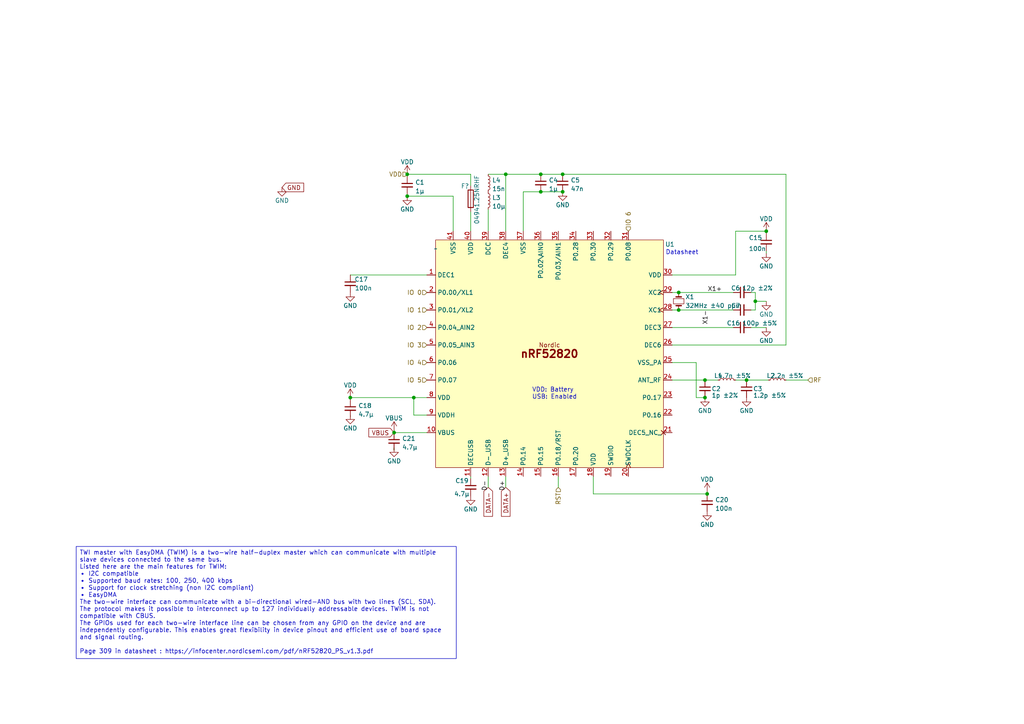
<source format=kicad_sch>
(kicad_sch (version 20230121) (generator eeschema)
  (paper "A4")
  (lib_symbols
    (symbol "Device:C_Small" (pin_numbers hide) (pin_names (offset 0.254) hide)
      (property "Reference" "C" (at 0.254 1.778 0))
      (property "Value" "C_Small" (at 0.254 -2.032 0))
      (symbol "C_Small_0_1"
        (polyline (pts (xy -1.524 -0.508) (xy 1.524 -0.508)) (stroke (width 0.3302)))
        (polyline (pts (xy -1.524 0.508) (xy 1.524 0.508)) (stroke (width 0.3048)))
      )
      (symbol "C_Small_1_1"
        (pin passive line (at 0 2.54 270) (length 2.032) (name "~") (number "1"))
        (pin passive line (at 0 -2.54 90) (length 2.032) (name "~") (number "2"))
      )
    )
    (symbol "Device:Crystal_Small" (pin_numbers hide) (pin_names (offset 1.016) hide)
      (property "Reference" "Y" (at 0 2.54 0))
      (property "Value" "Crystal_Small" (at 0 -2.54 0))
      (symbol "Crystal_Small_0_1"
        (rectangle (start -0.762 -1.524) (end 0.762 1.524))
        (polyline (pts (xy -1.27 -0.762) (xy -1.27 0.762)) (stroke (width 0.381)))
        (polyline (pts (xy 1.27 -0.762) (xy 1.27 0.762)) (stroke (width 0.381)))
      )
      (symbol "Crystal_Small_1_1"
        (pin passive line (at -2.54 0 0) (length 1.27) (name "1") (number "1"))
        (pin passive line (at 2.54 0 180) (length 1.27) (name "2") (number "2"))
      )
    )
    (symbol "Device:Fuse" (pin_numbers hide) (pin_names (offset 0))
      (property "Reference" "F" (at 2.032 0 90))
      (property "Value" "Fuse" (at -1.905 0 90))
      (symbol "Fuse_0_1"
        (rectangle (start -0.762 -2.54) (end 0.762 2.54) (stroke (width 0.254)))
        (polyline (pts (xy 0 2.54) (xy 0 -2.54)))
      )
      (symbol "Fuse_1_1"
        (pin passive line (at 0 3.81 270) (length 1.27) (name "~") (number "1"))
        (pin passive line (at 0 -3.81 90) (length 1.27) (name "~") (number "2"))
      )
    )
    (symbol "Device:L_Small" (pin_numbers hide) (pin_names (offset 0.254) hide)
      (property "Reference" "L" (at 0.762 1.016 0))
      (property "Value" "L_Small" (at 0.762 -1.016 0))
      (symbol "L_Small_0_1"
        (arc (start 0 -2.032) (mid 0.5058 -1.524) (end 0 -1.016))
        (arc (start 0 -1.016) (mid 0.5058 -0.508) (end 0 0))
        (arc (start 0 0) (mid 0.5058 0.508) (end 0 1.016))
        (arc (start 0 1.016) (mid 0.5058 1.524) (end 0 2.032))
      )
      (symbol "L_Small_1_1"
        (pin passive line (at 0 2.54 270) (length 0.508) (name "~") (number "1"))
        (pin passive line (at 0 -2.54 90) (length 0.508) (name "~") (number "2"))
      )
    )
    (symbol "NRF:nRF52820"
      (property "Reference" "U" (at 67.945 -65.405 0))
      (symbol "nRF52820_1_1"
        (rectangle (start 0 0) (end 66.04 -66.04) (fill (type background)))
        (text "Nordic" (at 33.02 -30.48 0) (effects (font (size 1.27 1.27))))
        (text "nRF52820" (at 33.02 -33.02 0) (effects (font (size 2.2 2.2) bold)))
        (pin power_out line (at -2.54 -10.16 0) (length 2.54) (name "DEC1") (number "1"))
        (pin power_in line (at -2.54 -55.88 0) (length 2.54) (name "VBUS") (number "10"))
        (pin power_out line (at 10.16 -68.58 90) (length 2.54) (name "DECUSB") (number "11"))
        (pin bidirectional line (at 15.24 -68.58 90) (length 2.54) (name "D-_USB") (number "12"))
        (pin bidirectional line (at 20.32 -68.58 90) (length 2.54) (name "D+_USB") (number "13"))
        (pin bidirectional line (at 25.4 -68.58 90) (length 2.54) (name "P0.14") (number "14"))
        (pin bidirectional line (at 30.48 -68.58 90) (length 2.54) (name "P0.15") (number "15"))
        (pin bidirectional line (at 35.56 -68.58 90) (length 2.54) (name "P0.18/RST") (number "16"))
        (pin bidirectional line (at 40.64 -68.58 90) (length 2.54) (name "P0.20") (number "17"))
        (pin power_out line (at 45.72 -68.58 90) (length 2.54) (name "VDD") (number "18"))
        (pin bidirectional line (at 50.8 -68.58 90) (length 2.54) (name "SWDIO") (number "19"))
        (pin bidirectional line (at -2.54 -15.24 0) (length 2.54) (name "P0.00/XL1") (number "2"))
        (pin bidirectional clock (at 55.88 -68.58 90) (length 2.54) (name "SWDCLK") (number "20"))
        (pin power_out non_logic (at 68.58 -55.88 180) (length 2.54) (name "DEC5_NC_") (number "21"))
        (pin bidirectional line (at 68.58 -50.8 180) (length 2.54) (name "P0.16") (number "22"))
        (pin bidirectional line (at 68.58 -45.72 180) (length 2.54) (name "P0.17") (number "23"))
        (pin bidirectional line (at 68.58 -40.64 180) (length 2.54) (name "ANT_RF") (number "24"))
        (pin bidirectional line (at 68.58 -35.56 180) (length 2.54) (name "VSS_PA") (number "25"))
        (pin bidirectional line (at 68.58 -30.48 180) (length 2.54) (name "DEC6") (number "26"))
        (pin bidirectional line (at 68.58 -25.4 180) (length 2.54) (name "DEC3") (number "27"))
        (pin power_out clock (at 68.58 -20.32 180) (length 2.54) (name "XC1") (number "28"))
        (pin bidirectional clock (at 68.58 -15.24 180) (length 2.54) (name "XC2") (number "29"))
        (pin bidirectional line (at -2.54 -20.32 0) (length 2.54) (name "P0.01/XL2") (number "3"))
        (pin power_out line (at 68.58 -10.16 180) (length 2.54) (name "VDD") (number "30"))
        (pin bidirectional line (at 55.88 2.54 270) (length 2.54) (name "P0.08") (number "31"))
        (pin bidirectional line (at 50.8 2.54 270) (length 2.54) (name "P0.29") (number "32"))
        (pin bidirectional line (at 45.72 2.54 270) (length 2.54) (name "P0.30") (number "33"))
        (pin bidirectional line (at 40.64 2.54 270) (length 2.54) (name "P0.28") (number "34"))
        (pin bidirectional line (at 35.56 2.54 270) (length 2.54) (name "P0.03/AIN1") (number "35"))
        (pin bidirectional line (at 30.48 2.54 270) (length 2.54) (name "P0.02\\AIN0") (number "36"))
        (pin bidirectional line (at 25.4 2.54 270) (length 2.54) (name "VSS") (number "37"))
        (pin bidirectional line (at 20.32 2.54 270) (length 2.54) (name "DEC4") (number "38"))
        (pin bidirectional line (at 15.24 2.54 270) (length 2.54) (name "DCC") (number "39"))
        (pin bidirectional line (at -2.54 -25.4 0) (length 2.54) (name "P0.04_AIN2") (number "4"))
        (pin power_out line (at 10.16 2.54 270) (length 2.54) (name "VDD") (number "40"))
        (pin bidirectional line (at 5.08 2.54 270) (length 2.54) (name "VSS") (number "41"))
        (pin bidirectional line (at -2.54 -30.48 0) (length 2.54) (name "P0.05_AIN3") (number "5"))
        (pin bidirectional line (at -2.54 -35.56 0) (length 2.54) (name "P0.06") (number "6"))
        (pin bidirectional line (at -2.54 -40.64 0) (length 2.54) (name "P0.07") (number "7"))
        (pin power_out line (at -2.54 -45.72 0) (length 2.54) (name "VDD") (number "8"))
        (pin power_out line (at -2.54 -50.8 0) (length 2.54) (name "VDDH") (number "9"))
      )
    )
    (symbol "power:GND" (power) (pin_names (offset 0))
      (property "Value" "GND" (at 0 -3.81 0))
      (symbol "GND_0_1"
        (polyline (pts (xy 0 0) (xy 0 -1.27) (xy 1.27 -1.27) (xy 0 -2.54) (xy -1.27 -1.27) (xy 0 -1.27)))
      )
      (symbol "GND_1_1"
        (pin power_in line (at 0 0 270) (length 0) hide (name "GND") (number "1"))
      )
    )
    (symbol "power:VBUS" (power) (pin_names (offset 0))
      (property "Value" "VBUS" (at 0 3.81 0))
      (symbol "VBUS_0_1"
        (polyline (pts (xy -0.762 1.27) (xy 0 2.54)))
        (polyline (pts (xy 0 0) (xy 0 2.54)))
        (polyline (pts (xy 0 2.54) (xy 0.762 1.27)))
      )
      (symbol "VBUS_1_1"
        (pin power_in line (at 0 0 90) (length 0) hide (name "VBUS") (number "1"))
      )
    )
    (symbol "power:VDD" (power) (pin_names (offset 0))
      (property "Value" "VDD" (at 0 3.81 0))
      (symbol "VDD_0_1"
        (polyline (pts (xy -0.762 1.27) (xy 0 2.54)))
        (polyline (pts (xy 0 0) (xy 0 2.54)))
        (polyline (pts (xy 0 2.54) (xy 0.762 1.27)))
      )
      (symbol "VDD_1_1"
        (pin power_in line (at 0 0 90) (length 0) hide (name "VDD") (number "1"))
      )
    )
  )
  (junction (at 101.6 115.316))
  (junction (at 204.47 115.316))
  (junction (at 163.195 55.626))
  (junction (at 156.845 50.546))
  (junction (at 118.11 50.546))
  (junction (at 205.105 143.256))
  (junction (at 222.25 67.056))
  (junction (at 196.85 89.916))
  (junction (at 196.85 84.836))
  (junction (at 146.685 50.546))
  (junction (at 216.535 110.236))
  (junction (at 120.015 115.316))
  (junction (at 163.195 50.546))
  (junction (at 118.11 56.896))
  (junction (at 114.3 125.476))
  (junction (at 156.845 55.626))
  (junction (at 219.075 87.376))
  (junction (at 204.47 110.236))
  (wire (pts (xy 217.805 89.916) (xy 219.075 89.916)))
  (wire (pts (xy 219.075 87.376) (xy 222.25 87.376)))
  (wire (pts (xy 141.605 60.706) (xy 141.605 67.056)))
  (wire (pts (xy 227.965 100.076) (xy 194.945 100.076)))
  (wire (pts (xy 123.825 79.756) (xy 101.6 79.756)))
  (wire (pts (xy 227.965 110.236) (xy 234.315 110.236)))
  (wire (pts (xy 151.765 67.056) (xy 151.765 55.626)))
  (wire (pts (xy 131.445 67.056) (xy 131.445 56.896)))
  (wire (pts (xy 194.945 79.756) (xy 213.36 79.756)))
  (wire (pts (xy 114.3 125.476) (xy 114.3 124.841)))
  (wire (pts (xy 136.525 53.848) (xy 136.525 50.546)))
  (wire (pts (xy 141.605 50.546) (xy 146.685 50.546)))
  (wire (pts (xy 118.11 56.261) (xy 118.11 56.896)))
  (wire (pts (xy 194.945 94.996) (xy 212.725 94.996)))
  (wire (pts (xy 101.6 115.951) (xy 101.6 115.316)))
  (wire (pts (xy 219.075 84.836) (xy 219.075 87.376)))
  (wire (pts (xy 219.075 87.376) (xy 219.075 89.916)))
  (wire (pts (xy 141.605 138.176) (xy 141.605 141.351)))
  (wire (pts (xy 131.445 56.896) (xy 118.11 56.896)))
  (wire (pts (xy 136.525 61.468) (xy 136.525 67.056)))
  (wire (pts (xy 194.945 105.156) (xy 201.93 105.156)))
  (wire (pts (xy 101.6 121.031) (xy 101.6 120.396)))
  (wire (pts (xy 120.015 115.316) (xy 123.825 115.316)))
  (wire (pts (xy 194.945 84.836) (xy 196.85 84.836)))
  (wire (pts (xy 227.965 50.546) (xy 227.965 100.076)))
  (wire (pts (xy 196.85 84.836) (xy 212.725 84.836)))
  (wire (pts (xy 194.945 110.236) (xy 204.47 110.236)))
  (wire (pts (xy 216.535 110.236) (xy 222.885 110.236)))
  (wire (pts (xy 118.11 51.181) (xy 118.11 50.546)))
  (wire (pts (xy 196.85 89.916) (xy 212.725 89.916)))
  (wire (pts (xy 101.6 115.316) (xy 120.015 115.316)))
  (wire (pts (xy 194.945 89.916) (xy 196.85 89.916)))
  (wire (pts (xy 146.685 50.546) (xy 156.845 50.546)))
  (wire (pts (xy 222.25 72.771) (xy 222.25 73.406)))
  (wire (pts (xy 156.845 55.626) (xy 163.195 55.626)))
  (wire (pts (xy 120.015 120.396) (xy 120.015 115.316)))
  (wire (pts (xy 172.085 143.256) (xy 205.105 143.256)))
  (wire (pts (xy 136.525 50.546) (xy 118.11 50.546)))
  (wire (pts (xy 156.845 50.546) (xy 163.195 50.546)))
  (wire (pts (xy 222.25 67.691) (xy 222.25 67.056)))
  (wire (pts (xy 172.085 143.256) (xy 172.085 138.176)))
  (wire (pts (xy 146.685 67.056) (xy 146.685 50.546)))
  (wire (pts (xy 205.105 143.256) (xy 205.105 142.621)))
  (wire (pts (xy 151.765 55.626) (xy 156.845 55.626)))
  (wire (pts (xy 123.825 120.396) (xy 120.015 120.396)))
  (wire (pts (xy 201.93 105.156) (xy 201.93 115.316)))
  (wire (pts (xy 213.36 67.056) (xy 222.25 67.056)))
  (wire (pts (xy 219.075 84.836) (xy 217.805 84.836)))
  (wire (pts (xy 114.3 125.476) (xy 123.825 125.476)))
  (wire (pts (xy 161.925 138.176) (xy 161.925 141.351)))
  (wire (pts (xy 204.47 110.236) (xy 208.28 110.236)))
  (wire (pts (xy 136.525 138.811) (xy 136.525 138.176)))
  (wire (pts (xy 201.93 115.316) (xy 204.47 115.316)))
  (wire (pts (xy 163.195 50.546) (xy 227.965 50.546)))
  (wire (pts (xy 213.36 79.756) (xy 213.36 67.056)))
  (wire (pts (xy 146.685 138.176) (xy 146.685 141.351)))
  (wire (pts (xy 217.805 94.996) (xy 222.25 94.996)))
  (wire (pts (xy 114.3 130.556) (xy 114.3 129.921)))
  (wire (pts (xy 216.535 110.236) (xy 213.36 110.236)))
  (text_box "TWI master with EasyDMA (TWIM) is a two-wire half-duplex master which can communicate with multiple\nslave devices connected to the same bus.\nListed here are the main features for TWIM:\n• I2C compatible\n• Supported baud rates: 100, 250, 400 kbps\n• Support for clock stretching (non I2C compliant)\n• EasyDMA\nThe two-wire interface can communicate with a bi-directional wired-AND bus with two lines (SCL, SDA).\nThe protocol makes it possible to interconnect up to 127 individually addressable devices. TWIM is not\ncompatible with CBUS.\nThe GPIOs used for each two-wire interface line can be chosen from any GPIO on the device and are\nindependently configurable. This enables great flexibility in device pinout and efficient use of board space\nand signal routing.\n\nPage 309 in datasheet : https://infocenter.nordicsemi.com/pdf/nRF52820_PS_v1.3.pdf" (at 22.098 158.496 0) (size 110.236 32.512) (effects (font (size 1.27 1.27)) (justify left top)))
  (text "VDD: Battery\nUSB: Enabled\n" (at 154.305 115.951 0) (effects (font (size 1.27 1.27)) (justify left bottom)))
  (text "Datasheet" (at 193.04 74.041 0) (effects (font (size 1.27 1.27)) (justify left bottom)))
  (label "X1+" (at 205.232 84.836 0))
  (label "D-" (at 141.605 139.319 270))
  (label "D+" (at 146.685 139.319 270))
  (label "X1-" (at 205.613 89.916 270))
  (global_label "DATA+" (shape input) (at 146.685 141.351 270) (property "Intersheetrefs" "${INTERSHEET_REFS}" (effects hide)))
  (global_label "VBUS" (shape input) (at 114.3 125.476 180) (property "Intersheetrefs" "${INTERSHEET_REFS}" (effects hide)))
  (global_label "GND" (shape input) (at 81.788 54.356 0) (property "Intersheetrefs" "${INTERSHEET_REFS}" (effects hide)))
  (global_label "DATA-" (shape input) (at 141.605 141.351 270) (property "Intersheetrefs" "${INTERSHEET_REFS}" (effects hide)))
  (hierarchical_label "IO 4" (shape input) (at 123.825 105.156 180))
  (hierarchical_label "IO 0" (shape input) (at 123.825 84.836 180))
  (hierarchical_label "RST" (shape input) (at 161.925 141.351 270))
  (hierarchical_label "VDD" (shape input) (at 118.11 50.546 180))
  (hierarchical_label "IO 6" (shape input) (at 182.245 67.056 90))
  (hierarchical_label "IO 5" (shape input) (at 123.825 110.236 180))
  (hierarchical_label "IO 3" (shape input) (at 123.825 100.076 180))
  (hierarchical_label "RF" (shape input) (at 234.315 110.236 0))
  (hierarchical_label "IO 1" (shape input) (at 123.825 89.916 180))
  (hierarchical_label "IO 2" (shape input) (at 123.825 94.996 180))
  (symbol (lib_id "Device:C_Small") (at 215.265 84.836 90) (unit 1)
    (property "Reference" "C6" (at 213.36 83.566 90))
    (property "Value" "12p ±2%" (at 219.71 83.566 90))
    (property "Footprint" "Capacitor_SMD:C_0603_1608Metric" (effects hide))
    (instances (project "DisplayU_Sisterboard" (path "" (reference "C6") (unit 1)) (path "" (reference "C28") (unit 1))) (project "SenseU_Mainboard" (path "" (reference "C16") (unit 1))))
  )
  (symbol (lib_id "power:GND") (at 81.788 54.356 0) (unit 1)
    (property "Reference" "#PWR049" (effects hide))
    (property "Value" "GND" (at 81.788 58.166 0))
    (instances (project "DisplayU_Sisterboard" (path "" (reference "#PWR049") (unit 1)) (path "" (reference "#PWR026") (unit 1)) (path "" (reference "#PWR025") (unit 1))) (project "SenseU_Mainboard" (path "" (reference "#PWR018") (unit 1))))
  )
  (symbol (lib_id "NRF:nRF52820") (at 126.365 69.596 0) (unit 1)
    (property "Reference" "U1" (at 194.31 70.866 0))
    (property "Value" "~" (at 126.365 72.136 0))
    (property "Footprint" "Package_DFN_QFN:QFN-40-1EP_5x5mm_P0.4mm_EP3.8x3.8mm" (effects hide))
    (instances (project "DisplayU_Sisterboard" (path "" (reference "U1") (unit 1)) (path "" (reference "U2") (unit 1))) (project "SenseU_Mainboard" (path "" (reference "U4") (unit 1))))
  )
  (symbol (lib_id "Device:C_Small") (at 215.265 89.916 90) (unit 1)
    (property "Reference" "C7" (at 213.36 88.646 90))
    (property "Value" "12p ±2%" (effects hide))
    (property "Footprint" "Capacitor_SMD:C_0603_1608Metric" (effects hide))
    (instances (project "DisplayU_Sisterboard" (path "" (reference "C7") (unit 1)) (path "" (reference "C29") (unit 1))) (project "SenseU_Mainboard" (path "" (reference "C17") (unit 1))))
  )
  (symbol (lib_id "Device:C_Small") (at 222.25 70.231 0) (unit 1)
    (property "Reference" "C15" (at 217.17 68.961 0) (effects (justify left)))
    (property "Value" "100n" (at 217.17 72.136 0) (effects (justify left)))
    (property "Footprint" "Capacitor_SMD:C_0603_1608Metric" (effects hide))
    (instances (project "DisplayU_Sisterboard" (path "" (reference "C15") (unit 1)) (path "" (reference "C32") (unit 1))) (project "SenseU_Mainboard" (path "" (reference "C20") (unit 1))))
  )
  (symbol (lib_id "power:VDD") (at 118.11 50.546 0) (unit 1)
    (property "Reference" "#PWR07" (effects hide))
    (property "Value" "VDD" (at 118.11 46.974 0))
    (instances (project "DisplayU_Sisterboard" (path "" (reference "#PWR07") (unit 1)) (path "" (reference "#PWR033") (unit 1))) (project "SenseU_Mainboard" (path "" (reference "#PWR024") (unit 1))))
  )
  (symbol (lib_id "power:VDD") (at 205.105 142.621 0) (unit 1)
    (property "Reference" "#PWR019" (effects hide))
    (property "Value" "VDD" (at 205.105 139.049 0))
    (instances (project "DisplayU_Sisterboard" (path "" (reference "#PWR019") (unit 1)) (path "" (reference "#PWR041") (unit 1))) (project "SenseU_Mainboard" (path "" (reference "#PWR029") (unit 1))))
  )
  (symbol (lib_id "power:VBUS") (at 114.3 124.841 0) (unit 1)
    (property "Reference" "#PWR021" (effects hide))
    (property "Value" "VBUS" (at 114.3 121.269 0))
    (instances (project "DisplayU_Sisterboard" (path "" (reference "#PWR021") (unit 1)) (path "" (reference "#PWR031") (unit 1))) (project "SenseU_Mainboard" (path "" (reference "#PWR022") (unit 1))))
  )
  (symbol (lib_id "power:GND") (at 114.3 129.921 0) (unit 1)
    (property "Reference" "#PWR022" (effects hide))
    (property "Value" "GND" (at 114.3 133.731 0))
    (instances (project "DisplayU_Sisterboard" (path "" (reference "#PWR022") (unit 1)) (path "" (reference "#PWR032") (unit 1))) (project "SenseU_Mainboard" (path "" (reference "#PWR023") (unit 1))))
  )
  (symbol (lib_id "power:GND") (at 216.535 115.316 0) (unit 1)
    (property "Reference" "#PWR09" (effects hide))
    (property "Value" "GND" (at 216.535 119.126 0))
    (instances (project "DisplayU_Sisterboard" (path "" (reference "#PWR09") (unit 1)) (path "" (reference "#PWR045") (unit 1))) (project "SenseU_Mainboard" (path "" (reference "#PWR031") (unit 1))))
  )
  (symbol (lib_id "Device:C_Small") (at 163.195 53.086 0) (unit 1)
    (property "Reference" "C5" (at 165.5191 52.2675 0) (effects (justify left)))
    (property "Value" "47n" (at 165.5191 54.7727 0) (effects (justify left)))
    (property "Footprint" "Capacitor_SMD:C_0603_1608Metric" (effects hide))
    (instances (project "DisplayU_Sisterboard" (path "" (reference "C5") (unit 1)) (path "" (reference "C25") (unit 1))) (project "SenseU_Mainboard" (path "" (reference "C13") (unit 1))))
  )
  (symbol (lib_id "power:GND") (at 204.47 115.316 0) (unit 1)
    (property "Reference" "#PWR08" (effects hide))
    (property "Value" "GND" (at 204.47 119.126 0))
    (instances (project "DisplayU_Sisterboard" (path "" (reference "#PWR08") (unit 1)) (path "" (reference "#PWR039") (unit 1))) (project "SenseU_Mainboard" (path "" (reference "#PWR028") (unit 1))))
  )
  (symbol (lib_id "power:VDD") (at 222.25 67.056 0) (unit 1)
    (property "Reference" "#PWR012" (effects hide))
    (property "Value" "VDD" (at 222.25 63.484 0))
    (instances (project "DisplayU_Sisterboard" (path "" (reference "#PWR012") (unit 1)) (path "" (reference "#PWR046") (unit 1))) (project "SenseU_Mainboard" (path "" (reference "#PWR032") (unit 1))))
  )
  (symbol (lib_id "Device:C_Small") (at 204.47 112.776 0) (unit 1)
    (property "Reference" "C2" (at 206.375 112.776 0) (effects (justify left)))
    (property "Value" "1p ±2%" (at 206.375 114.681 0) (effects (justify left)))
    (property "Footprint" "Capacitor_SMD:C_0603_1608Metric" (effects hide))
    (instances (project "DisplayU_Sisterboard" (path "" (reference "C2") (unit 1)) (path "" (reference "C26") (unit 1))) (project "SenseU_Mainboard" (path "" (reference "C14") (unit 1))))
  )
  (symbol (lib_id "Device:C_Small") (at 205.105 145.796 0) (unit 1)
    (property "Reference" "C20" (at 207.4291 144.9775 0) (effects (justify left)))
    (property "Value" "100n" (at 207.4291 147.4827 0) (effects (justify left)))
    (property "Footprint" "Capacitor_SMD:C_0603_1608Metric" (effects hide))
    (instances (project "DisplayU_Sisterboard" (path "" (reference "C20") (unit 1)) (path "" (reference "C27") (unit 1))) (project "SenseU_Mainboard" (path "" (reference "C15") (unit 1))))
  )
  (symbol (lib_id "Device:L_Small") (at 141.605 58.166 0) (unit 1)
    (property "Reference" "L3" (at 142.7458 57.3412 0) (effects (justify left)))
    (property "Value" "10µ" (at 142.7458 59.8464 0) (effects (justify left)))
    (property "Footprint" "Inductor_SMD:L_0603_1608Metric" (effects hide))
    (instances (project "DisplayU_Sisterboard" (path "" (reference "L3") (unit 1)) (path "" (reference "L7") (unit 1))) (project "SenseU_Mainboard" (path "" (reference "L3") (unit 1))))
  )
  (symbol (lib_id "power:GND") (at 163.195 55.626 0) (unit 1)
    (property "Reference" "#PWR010" (effects hide))
    (property "Value" "GND" (at 163.195 59.436 0))
    (instances (project "DisplayU_Sisterboard" (path "" (reference "#PWR010") (unit 1)) (path "" (reference "#PWR038") (unit 1))) (project "SenseU_Mainboard" (path "" (reference "#PWR027") (unit 1))))
  )
  (symbol (lib_id "Device:Crystal_Small") (at 196.85 87.376 90) (unit 1)
    (property "Reference" "X1" (at 198.755 86.106 90) (effects (justify right)))
    (property "Value" "32MHz ±40 ppm" (at 198.755 88.646 90) (effects (justify right)))
    (property "Footprint" "Crystal:Crystal_SMD_SeikoEpson_FA128-4Pin_2.0x1.6mm" (effects hide))
    (instances (project "DisplayU_Sisterboard" (path "" (reference "X1") (unit 1)) (path "" (reference "X2") (unit 1))) (project "SenseU_Mainboard" (path "" (reference "X1") (unit 1))))
  )
  (symbol (lib_id "power:GND") (at 222.25 87.376 0) (unit 1)
    (property "Reference" "#PWR011" (effects hide))
    (property "Value" "GND" (at 222.25 91.186 0))
    (instances (project "DisplayU_Sisterboard" (path "" (reference "#PWR011") (unit 1)) (path "" (reference "#PWR050") (unit 1))) (project "SenseU_Mainboard" (path "" (reference "#PWR034") (unit 1))))
  )
  (symbol (lib_id "power:GND") (at 222.25 94.996 0) (unit 1)
    (property "Reference" "#PWR014" (effects hide))
    (property "Value" "GND" (at 222.25 98.806 0))
    (instances (project "DisplayU_Sisterboard" (path "" (reference "#PWR014") (unit 1)) (path "" (reference "#PWR051") (unit 1))) (project "SenseU_Mainboard" (path "" (reference "#PWR035") (unit 1))))
  )
  (symbol (lib_id "Device:Fuse") (at 136.525 57.658 180) (unit 1)
    (property "Reference" "F?" (at 134.874 53.975 0))
    (property "Value" "04941.25NRHF" (at 138.303 57.912 90))
    (property "Footprint" "Fuse:Fuse_0603_1608Metric" (effects hide))
    (instances (project "EBS_Main" (path "" (reference "F?") (unit 1))) (project "DisplayU_Sisterboard" (path "" (reference "F4") (unit 1)) (path "" (reference "F1") (unit 1)) (path "" (reference "F1") (unit 1)) (path "" (reference "F2") (unit 1))) (project "SenseU_Mainboard" (path "" (reference "F2") (unit 1))))
  )
  (symbol (lib_id "Device:L_Small") (at 225.425 110.236 90) (unit 1)
    (property "Reference" "L2" (at 224.79 108.966 90) (effects (justify left)))
    (property "Value" "2.2n ±5%" (at 233.045 108.966 90) (effects (justify left)))
    (property "Footprint" "Inductor_SMD:L_0603_1608Metric" (effects hide))
    (instances (project "DisplayU_Sisterboard" (path "" (reference "L2") (unit 1)) (path "" (reference "L9") (unit 1))) (project "SenseU_Mainboard" (path "" (reference "L5") (unit 1))))
  )
  (symbol (lib_id "power:GND") (at 101.6 120.396 0) (unit 1)
    (property "Reference" "#PWR017" (effects hide))
    (property "Value" "GND" (at 101.6 124.206 0))
    (instances (project "DisplayU_Sisterboard" (path "" (reference "#PWR017") (unit 1)) (path "" (reference "#PWR030") (unit 1))) (project "SenseU_Mainboard" (path "" (reference "#PWR021") (unit 1))))
  )
  (symbol (lib_id "Device:C_Small") (at 136.525 141.351 0) (unit 1)
    (property "Reference" "C19" (at 133.985 139.446 0))
    (property "Value" "4.7µ" (at 133.985 143.256 0))
    (property "Footprint" "Capacitor_SMD:C_0603_1608Metric" (effects hide))
    (instances (project "DisplayU_Sisterboard" (path "" (reference "C19") (unit 1)) (path "" (reference "C23") (unit 1))) (project "SenseU_Mainboard" (path "" (reference "C11") (unit 1))))
  )
  (symbol (lib_id "power:GND") (at 136.525 143.891 0) (unit 1)
    (property "Reference" "#PWR018" (effects hide))
    (property "Value" "GND" (at 136.525 147.701 0))
    (instances (project "DisplayU_Sisterboard" (path "" (reference "#PWR018") (unit 1)) (path "" (reference "#PWR036") (unit 1))) (project "SenseU_Mainboard" (path "" (reference "#PWR026") (unit 1))))
  )
  (symbol (lib_id "Device:L_Small") (at 141.605 53.086 0) (unit 1)
    (property "Reference" "L4" (at 142.7458 52.2612 0) (effects (justify left)))
    (property "Value" "15n" (at 142.7458 54.7664 0) (effects (justify left)))
    (property "Footprint" "Inductor_SMD:L_0603_1608Metric" (effects hide))
    (instances (project "DisplayU_Sisterboard" (path "" (reference "L4") (unit 1)) (path "" (reference "L6") (unit 1))) (project "SenseU_Mainboard" (path "" (reference "L2") (unit 1))))
  )
  (symbol (lib_id "Device:C_Small") (at 118.11 53.721 0) (unit 1)
    (property "Reference" "C1" (at 120.4341 52.9025 0) (effects (justify left)))
    (property "Value" "1µ" (at 120.4341 55.4077 0) (effects (justify left)))
    (property "Footprint" "Capacitor_SMD:C_0603_1608Metric" (effects hide))
    (instances (project "DisplayU_Sisterboard" (path "" (reference "C1") (unit 1)) (path "" (reference "C22") (unit 1))) (project "SenseU_Mainboard" (path "" (reference "C10") (unit 1))))
  )
  (symbol (lib_id "power:GND") (at 222.25 73.406 0) (unit 1)
    (property "Reference" "#PWR013" (effects hide))
    (property "Value" "GND" (at 222.25 77.216 0))
    (instances (project "DisplayU_Sisterboard" (path "" (reference "#PWR013") (unit 1)) (path "" (reference "#PWR048") (unit 1))) (project "SenseU_Mainboard" (path "" (reference "#PWR033") (unit 1))))
  )
  (symbol (lib_id "power:GND") (at 205.105 148.336 0) (unit 1)
    (property "Reference" "#PWR020" (effects hide))
    (property "Value" "GND" (at 205.105 152.146 0))
    (instances (project "DisplayU_Sisterboard" (path "" (reference "#PWR020") (unit 1)) (path "" (reference "#PWR043") (unit 1))) (project "SenseU_Mainboard" (path "" (reference "#PWR030") (unit 1))))
  )
  (symbol (lib_id "power:GND") (at 118.11 56.896 0) (unit 1)
    (property "Reference" "#PWR06" (effects hide))
    (property "Value" "GND" (at 118.11 60.706 0))
    (instances (project "DisplayU_Sisterboard" (path "" (reference "#PWR06") (unit 1)) (path "" (reference "#PWR035") (unit 1))) (project "SenseU_Mainboard" (path "" (reference "#PWR025") (unit 1))))
  )
  (symbol (lib_id "Device:C_Small") (at 101.6 118.491 0) (unit 1)
    (property "Reference" "C18" (at 103.9241 117.6725 0) (effects (justify left)))
    (property "Value" "4.7µ" (at 103.9241 120.1777 0) (effects (justify left)))
    (property "Footprint" "Capacitor_SMD:C_0603_1608Metric" (effects hide))
    (instances (project "DisplayU_Sisterboard" (path "" (reference "C18") (unit 1)) (path "" (reference "C9") (unit 1))) (project "SenseU_Mainboard" (path "" (reference "C8") (unit 1))))
  )
  (symbol (lib_id "Device:C_Small") (at 156.845 53.086 0) (unit 1)
    (property "Reference" "C4" (at 159.1691 52.2675 0) (effects (justify left)))
    (property "Value" "1µ" (at 159.1691 54.7727 0) (effects (justify left)))
    (property "Footprint" "Capacitor_SMD:C_0603_1608Metric" (effects hide))
    (instances (project "DisplayU_Sisterboard" (path "" (reference "C4") (unit 1)) (path "" (reference "C24") (unit 1))) (project "SenseU_Mainboard" (path "" (reference "C12") (unit 1))))
  )
  (symbol (lib_id "power:GND") (at 101.6 84.836 0) (unit 1)
    (property "Reference" "#PWR015" (effects hide))
    (property "Value" "GND" (at 101.6 88.646 0))
    (instances (project "DisplayU_Sisterboard" (path "" (reference "#PWR015") (unit 1)) (path "" (reference "#PWR028") (unit 1))) (project "SenseU_Mainboard" (path "" (reference "#PWR019") (unit 1))))
  )
  (symbol (lib_id "Device:L_Small") (at 210.82 110.236 90) (unit 1)
    (property "Reference" "L1" (at 209.55 108.966 90) (effects (justify left)))
    (property "Value" "4.7n ±5%" (at 217.805 108.966 90) (effects (justify left)))
    (property "Footprint" "Inductor_SMD:L_0603_1608Metric" (effects hide))
    (instances (project "DisplayU_Sisterboard" (path "" (reference "L1") (unit 1)) (path "" (reference "L8") (unit 1))) (project "SenseU_Mainboard" (path "" (reference "L4") (unit 1))))
  )
  (symbol (lib_id "Device:C_Small") (at 114.3 128.016 0) (unit 1)
    (property "Reference" "C21" (at 116.6241 127.1975 0) (effects (justify left)))
    (property "Value" "4.7µ" (at 116.6241 129.7027 0) (effects (justify left)))
    (property "Footprint" "Capacitor_SMD:C_0603_1608Metric" (effects hide))
    (instances (project "DisplayU_Sisterboard" (path "" (reference "C21") (unit 1)) (path "" (reference "C11") (unit 1))) (project "SenseU_Mainboard" (path "" (reference "C9") (unit 1))))
  )
  (symbol (lib_id "Device:C_Small") (at 101.6 82.296 0) (unit 1)
    (property "Reference" "C17" (at 104.775 81.026 0))
    (property "Value" "100n" (at 105.41 83.566 0))
    (property "Footprint" "Capacitor_SMD:C_0603_1608Metric" (effects hide))
    (instances (project "DisplayU_Sisterboard" (path "" (reference "C17") (unit 1)) (path "" (reference "C8") (unit 1))) (project "SenseU_Mainboard" (path "" (reference "C7") (unit 1))))
  )
  (symbol (lib_id "Device:C_Small") (at 215.265 94.996 90) (unit 1)
    (property "Reference" "C16" (at 212.725 93.726 90))
    (property "Value" "100p ±5%" (at 220.345 93.726 90))
    (property "Footprint" "Capacitor_SMD:C_0603_1608Metric" (effects hide))
    (instances (project "DisplayU_Sisterboard" (path "" (reference "C16") (unit 1)) (path "" (reference "C30") (unit 1))) (project "SenseU_Mainboard" (path "" (reference "C18") (unit 1))))
  )
  (symbol (lib_id "power:VDD") (at 101.6 115.316 0) (unit 1)
    (property "Reference" "#PWR016" (effects hide))
    (property "Value" "VDD" (at 101.6 111.744 0))
    (instances (project "DisplayU_Sisterboard" (path "" (reference "#PWR016") (unit 1)) (path "" (reference "#PWR029") (unit 1))) (project "SenseU_Mainboard" (path "" (reference "#PWR020") (unit 1))))
  )
  (symbol (lib_id "Device:C_Small") (at 216.535 112.776 0) (unit 1)
    (property "Reference" "C3" (at 218.44 112.776 0) (effects (justify left)))
    (property "Value" "1.2p ±5%" (at 218.44 114.681 0) (effects (justify left)))
    (property "Footprint" "Capacitor_SMD:C_0603_1608Metric" (effects hide))
    (instances (project "DisplayU_Sisterboard" (path "" (reference "C3") (unit 1)) (path "" (reference "C31") (unit 1))) (project "SenseU_Mainboard" (path "" (reference "C19") (unit 1))))
  )
)
</source>
